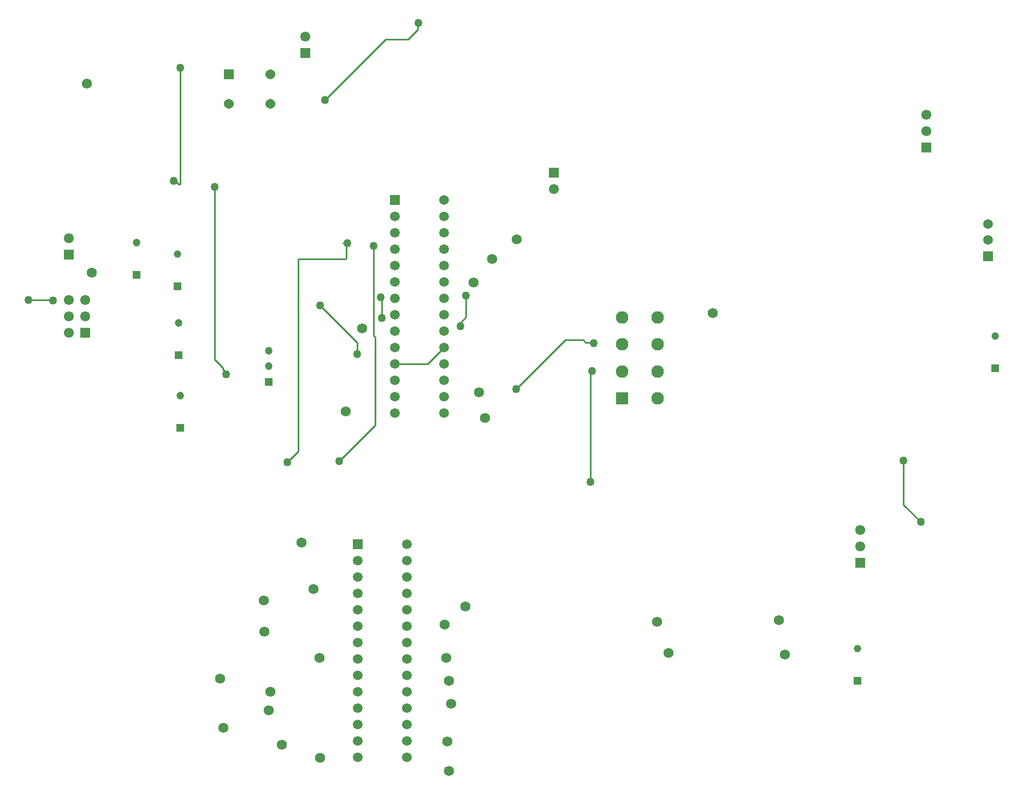
<source format=gbl>
G04*
G04 #@! TF.GenerationSoftware,Altium Limited,Altium Designer,21.4.1 (30)*
G04*
G04 Layer_Physical_Order=2*
G04 Layer_Color=16711680*
%FSLAX25Y25*%
%MOIN*%
G70*
G04*
G04 #@! TF.SameCoordinates,DDA1B4C3-BA79-4B98-AE68-5F17814B577F*
G04*
G04*
G04 #@! TF.FilePolarity,Positive*
G04*
G01*
G75*
%ADD14C,0.01000*%
%ADD17R,0.04528X0.04528*%
%ADD18C,0.04528*%
%ADD19C,0.06181*%
%ADD20R,0.06063X0.06063*%
%ADD21C,0.06063*%
%ADD31R,0.04724X0.04724*%
%ADD32C,0.04724*%
%ADD35R,0.05906X0.05906*%
%ADD36C,0.05906*%
%ADD37R,0.06102X0.06102*%
%ADD38C,0.06102*%
%ADD39C,0.07677*%
%ADD40R,0.07677X0.07677*%
%ADD41R,0.05906X0.05906*%
%ADD42C,0.05000*%
D14*
X111000Y370000D02*
X112082D01*
X115000Y368000D02*
Y439000D01*
X112082Y370000D02*
X114082Y368000D01*
X115000D01*
X254000Y456500D02*
X260000Y462500D01*
Y466000D02*
X260500Y466500D01*
X260000Y462500D02*
Y466000D01*
X240500Y456500D02*
X254000D01*
X203500Y419500D02*
X240500Y456500D01*
X141000Y255082D02*
X143000Y253082D01*
Y252000D02*
Y253082D01*
X141000Y255082D02*
Y256000D01*
X136000Y261000D02*
X141000Y256000D01*
X136000Y261000D02*
Y366500D01*
X362500Y271500D02*
X367000D01*
X367500Y271000D01*
X238000Y286500D02*
Y298500D01*
X237500Y299000D02*
X238000Y298500D01*
X233000Y275709D02*
Y330500D01*
X212000Y199000D02*
X234000Y221000D01*
Y274709D01*
X233000Y275709D02*
X234000Y274709D01*
X37000Y297000D02*
X37500D01*
X36500Y297500D02*
X37000Y297000D01*
X22500Y297500D02*
X36500D01*
X556500Y172500D02*
X567000Y162000D01*
X556500Y172500D02*
Y199500D01*
X365500Y253000D02*
X366500Y254000D01*
X365500Y186500D02*
Y253000D01*
X361000Y273000D02*
X362500Y271500D01*
X350000Y273000D02*
X361000D01*
X320000Y243000D02*
X350000Y273000D01*
X286000Y283000D02*
Y283500D01*
X289500Y287000D01*
Y300047D01*
X246000Y258500D02*
X266000D01*
X276000Y268500D01*
X215828Y332000D02*
X215914Y331914D01*
Y331086D02*
X216586Y330414D01*
X214500Y332000D02*
X215828D01*
X215914Y331086D02*
Y331914D01*
X216586Y323086D02*
Y330414D01*
X187586Y322500D02*
X216000D01*
X216586Y323086D01*
X187000Y321914D02*
X187586Y322500D01*
X187000Y205000D02*
Y321914D01*
X180500Y198500D02*
X187000Y205000D01*
X223000Y264500D02*
Y271500D01*
X200475Y294025D02*
X223000Y271500D01*
D17*
X612500Y255658D02*
D03*
X528500Y65158D02*
D03*
X113500Y305658D02*
D03*
D18*
X612500Y275342D02*
D03*
X528500Y84842D02*
D03*
X113500Y325342D02*
D03*
D19*
X58000Y429500D02*
D03*
X200000Y79000D02*
D03*
X484000Y81000D02*
D03*
X480500Y102000D02*
D03*
X413000Y82000D02*
D03*
X406000Y101000D02*
D03*
X170000Y58500D02*
D03*
X139500Y66500D02*
D03*
X280500Y51000D02*
D03*
X278000Y28000D02*
D03*
X279000Y10000D02*
D03*
X200500Y18000D02*
D03*
X177000Y26000D02*
D03*
X141500Y36500D02*
D03*
X169000Y47000D02*
D03*
X166500Y95000D02*
D03*
X166000Y114000D02*
D03*
X196500Y121000D02*
D03*
X189000Y149500D02*
D03*
X289000Y110500D02*
D03*
X276500Y99500D02*
D03*
X277500Y79000D02*
D03*
X279000Y65000D02*
D03*
X226000Y280000D02*
D03*
X440000Y289500D02*
D03*
X297500Y241000D02*
D03*
X301000Y225500D02*
D03*
X216000Y229500D02*
D03*
X61000Y314000D02*
D03*
X320500Y334500D02*
D03*
X305500Y322500D02*
D03*
X294000Y308000D02*
D03*
D20*
X144705Y434858D02*
D03*
D21*
X170295D02*
D03*
X144705Y417142D02*
D03*
X170295D02*
D03*
D31*
X169000Y247287D02*
D03*
X115000Y219315D02*
D03*
X114000Y263815D02*
D03*
X88500Y312657D02*
D03*
D32*
X169000Y266500D02*
D03*
Y256894D02*
D03*
X115000Y239000D02*
D03*
X114000Y283500D02*
D03*
X88500Y332343D02*
D03*
D35*
X608000Y324158D02*
D03*
D36*
Y334000D02*
D03*
Y343843D02*
D03*
X223500Y138500D02*
D03*
Y128500D02*
D03*
Y118500D02*
D03*
Y108500D02*
D03*
Y98500D02*
D03*
Y88500D02*
D03*
Y78500D02*
D03*
Y68500D02*
D03*
Y58500D02*
D03*
Y48500D02*
D03*
Y38500D02*
D03*
Y28500D02*
D03*
Y18500D02*
D03*
X253500Y148500D02*
D03*
Y138500D02*
D03*
Y128500D02*
D03*
Y118500D02*
D03*
Y108500D02*
D03*
Y98500D02*
D03*
Y88500D02*
D03*
Y78500D02*
D03*
Y68500D02*
D03*
Y58500D02*
D03*
Y48500D02*
D03*
Y38500D02*
D03*
Y28500D02*
D03*
Y18500D02*
D03*
X276000Y228500D02*
D03*
Y238500D02*
D03*
Y248500D02*
D03*
Y258500D02*
D03*
Y268500D02*
D03*
Y278500D02*
D03*
Y288500D02*
D03*
Y298500D02*
D03*
Y308500D02*
D03*
Y318500D02*
D03*
Y328500D02*
D03*
Y338500D02*
D03*
Y348500D02*
D03*
Y358500D02*
D03*
X246000Y228500D02*
D03*
Y238500D02*
D03*
Y248500D02*
D03*
Y258500D02*
D03*
Y268500D02*
D03*
Y278500D02*
D03*
Y288500D02*
D03*
Y298500D02*
D03*
Y308500D02*
D03*
Y318500D02*
D03*
Y328500D02*
D03*
Y338500D02*
D03*
Y348500D02*
D03*
D37*
X191500Y448000D02*
D03*
X530000Y137000D02*
D03*
X570500Y390500D02*
D03*
X47000Y325000D02*
D03*
X57000Y277500D02*
D03*
X343000Y375000D02*
D03*
D38*
X191500Y458000D02*
D03*
X530000Y147000D02*
D03*
Y157000D02*
D03*
X570500Y400500D02*
D03*
Y410500D02*
D03*
X47000Y335000D02*
D03*
Y297500D02*
D03*
Y287500D02*
D03*
X57000Y297500D02*
D03*
Y287500D02*
D03*
X47000Y277500D02*
D03*
X343000Y365000D02*
D03*
D39*
X406327Y270268D02*
D03*
Y253732D02*
D03*
Y237197D02*
D03*
X384673Y270268D02*
D03*
Y253732D02*
D03*
Y286803D02*
D03*
X406327D02*
D03*
D40*
X384673Y237197D02*
D03*
D41*
X223500Y148500D02*
D03*
X246000Y358500D02*
D03*
D42*
X111000Y370000D02*
D03*
X115000Y439000D02*
D03*
X260500Y466500D02*
D03*
X203500Y419500D02*
D03*
X143000Y252000D02*
D03*
X136000Y366500D02*
D03*
X367500Y271000D02*
D03*
X237500Y299000D02*
D03*
X238000Y286500D02*
D03*
X37500Y297000D02*
D03*
X22500Y297500D02*
D03*
X567000Y162000D02*
D03*
X556500Y199500D02*
D03*
X366500Y254000D02*
D03*
X365500Y186500D02*
D03*
X286000Y281500D02*
D03*
X289500Y300047D02*
D03*
X320000Y243000D02*
D03*
X233000Y330500D02*
D03*
X212000Y199000D02*
D03*
X217000Y332000D02*
D03*
X180500Y198500D02*
D03*
X223000Y264500D02*
D03*
X200475Y294025D02*
D03*
M02*

</source>
